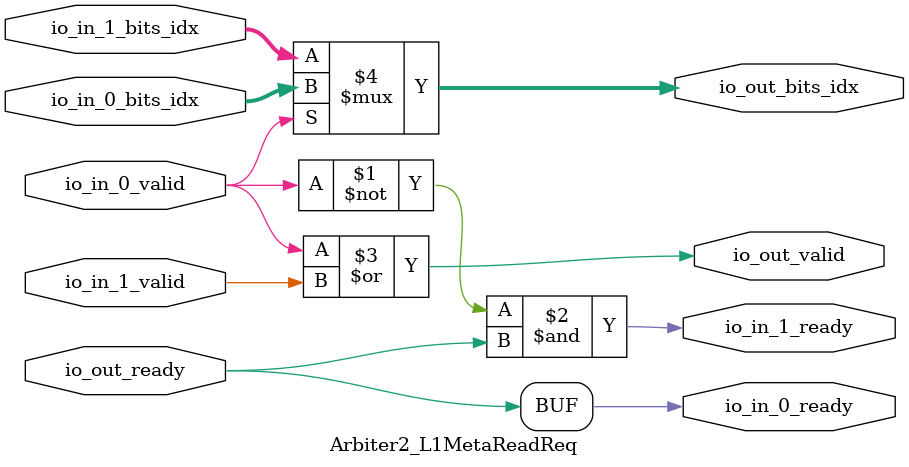
<source format=sv>
`ifndef RANDOMIZE
  `ifdef RANDOMIZE_REG_INIT
    `define RANDOMIZE
  `endif // RANDOMIZE_REG_INIT
`endif // not def RANDOMIZE
`ifndef RANDOMIZE
  `ifdef RANDOMIZE_MEM_INIT
    `define RANDOMIZE
  `endif // RANDOMIZE_MEM_INIT
`endif // not def RANDOMIZE

`ifndef RANDOM
  `define RANDOM $random
`endif // not def RANDOM

// Users can define 'PRINTF_COND' to add an extra gate to prints.
`ifndef PRINTF_COND_
  `ifdef PRINTF_COND
    `define PRINTF_COND_ (`PRINTF_COND)
  `else  // PRINTF_COND
    `define PRINTF_COND_ 1
  `endif // PRINTF_COND
`endif // not def PRINTF_COND_

// Users can define 'ASSERT_VERBOSE_COND' to add an extra gate to assert error printing.
`ifndef ASSERT_VERBOSE_COND_
  `ifdef ASSERT_VERBOSE_COND
    `define ASSERT_VERBOSE_COND_ (`ASSERT_VERBOSE_COND)
  `else  // ASSERT_VERBOSE_COND
    `define ASSERT_VERBOSE_COND_ 1
  `endif // ASSERT_VERBOSE_COND
`endif // not def ASSERT_VERBOSE_COND_

// Users can define 'STOP_COND' to add an extra gate to stop conditions.
`ifndef STOP_COND_
  `ifdef STOP_COND
    `define STOP_COND_ (`STOP_COND)
  `else  // STOP_COND
    `define STOP_COND_ 1
  `endif // STOP_COND
`endif // not def STOP_COND_

// Users can define INIT_RANDOM as general code that gets injected into the
// initializer block for modules with registers.
`ifndef INIT_RANDOM
  `define INIT_RANDOM
`endif // not def INIT_RANDOM

// If using random initialization, you can also define RANDOMIZE_DELAY to
// customize the delay used, otherwise 0.002 is used.
`ifndef RANDOMIZE_DELAY
  `define RANDOMIZE_DELAY 0.002
`endif // not def RANDOMIZE_DELAY

// Define INIT_RANDOM_PROLOG_ for use in our modules below.
`ifndef INIT_RANDOM_PROLOG_
  `ifdef RANDOMIZE
    `ifdef VERILATOR
      `define INIT_RANDOM_PROLOG_ `INIT_RANDOM
    `else  // VERILATOR
      `define INIT_RANDOM_PROLOG_ `INIT_RANDOM #`RANDOMIZE_DELAY begin end
    `endif // VERILATOR
  `else  // RANDOMIZE
    `define INIT_RANDOM_PROLOG_
  `endif // RANDOMIZE
`endif // not def INIT_RANDOM_PROLOG_

// Include register initializers in init blocks unless synthesis is set
`ifndef SYNTHESIS
  `ifndef ENABLE_INITIAL_REG_
    `define ENABLE_INITIAL_REG_
  `endif // not def ENABLE_INITIAL_REG_
`endif // not def SYNTHESIS

// Include rmemory initializers in init blocks unless synthesis is set
`ifndef SYNTHESIS
  `ifndef ENABLE_INITIAL_MEM_
    `define ENABLE_INITIAL_MEM_
  `endif // not def ENABLE_INITIAL_MEM_
`endif // not def SYNTHESIS

module Arbiter2_L1MetaReadReq(	// @[src/main/scala/chisel3/util/Arbiter.scala:133:7]
  output       io_in_0_ready,	// @[src/main/scala/chisel3/util/Arbiter.scala:140:14]
  input        io_in_0_valid,	// @[src/main/scala/chisel3/util/Arbiter.scala:140:14]
  input  [5:0] io_in_0_bits_idx,	// @[src/main/scala/chisel3/util/Arbiter.scala:140:14]
  output       io_in_1_ready,	// @[src/main/scala/chisel3/util/Arbiter.scala:140:14]
  input        io_in_1_valid,	// @[src/main/scala/chisel3/util/Arbiter.scala:140:14]
  input  [5:0] io_in_1_bits_idx,	// @[src/main/scala/chisel3/util/Arbiter.scala:140:14]
  input        io_out_ready,	// @[src/main/scala/chisel3/util/Arbiter.scala:140:14]
  output       io_out_valid,	// @[src/main/scala/chisel3/util/Arbiter.scala:140:14]
  output [5:0] io_out_bits_idx	// @[src/main/scala/chisel3/util/Arbiter.scala:140:14]
);

  assign io_in_0_ready = io_out_ready;	// @[src/main/scala/chisel3/util/Arbiter.scala:133:7]
  assign io_in_1_ready = ~io_in_0_valid & io_out_ready;	// @[src/main/scala/chisel3/util/Arbiter.scala:45:78, :133:7, :153:19]
  assign io_out_valid = io_in_0_valid | io_in_1_valid;	// @[src/main/scala/chisel3/util/Arbiter.scala:133:7, :154:31]
  assign io_out_bits_idx = io_in_0_valid ? io_in_0_bits_idx : io_in_1_bits_idx;	// @[src/main/scala/chisel3/util/Arbiter.scala:133:7, :143:15, :145:26, :147:19]
endmodule


</source>
